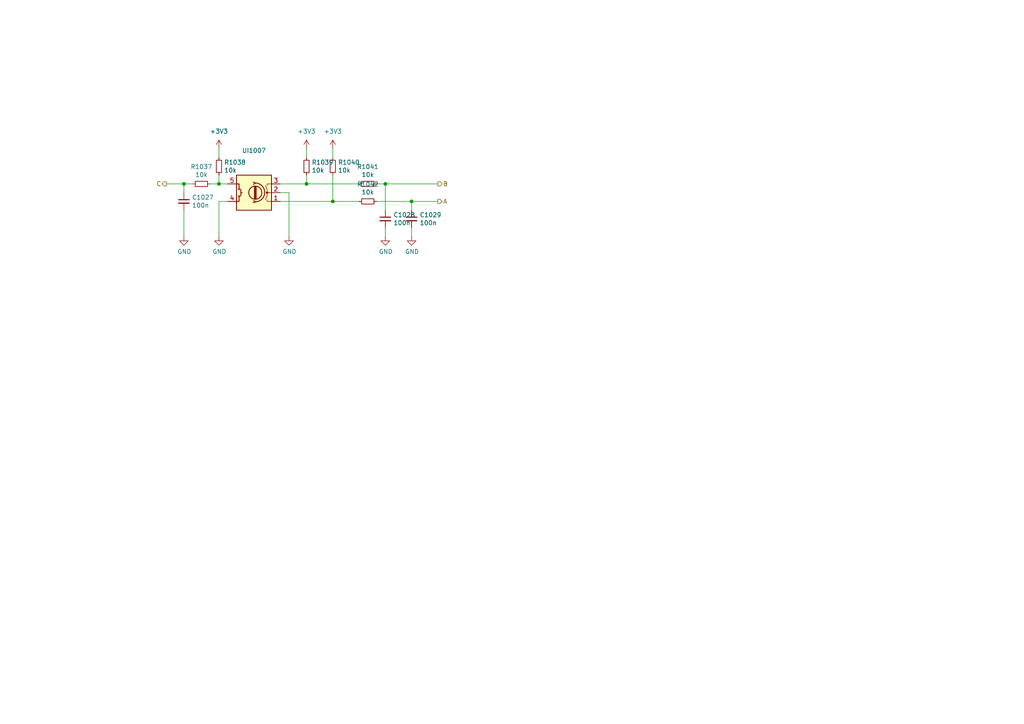
<source format=kicad_sch>
(kicad_sch (version 20230121) (generator eeschema)
  (paper "A4")
  (lib_symbols
    (symbol "power:+3V3" (power) (pin_names (offset 0))
      (property "Value" "+3V3" (at 0 3.556 0))
      (symbol "+3V3_0_1"
        (polyline (pts (xy -0.762 1.27) (xy 0 2.54)))
        (polyline (pts (xy 0 0) (xy 0 2.54)))
        (polyline (pts (xy 0 2.54) (xy 0.762 1.27)))
      )
      (symbol "+3V3_1_1"
        (pin power_in line (at 0 0 90) (length 0) hide (name "+3V3") (number "1"))
      )
    )
    (symbol "power:GND" (power) (pin_names (offset 0))
      (property "Value" "GND" (at 0 -3.81 0))
      (symbol "GND_0_1"
        (polyline (pts (xy 0 0) (xy 0 -1.27) (xy 1.27 -1.27) (xy 0 -2.54) (xy -1.27 -1.27) (xy 0 -1.27)))
      )
      (symbol "GND_1_1"
        (pin power_in line (at 0 0 270) (length 0) hide (name "GND") (number "1"))
      )
    )
    (symbol "suku_basics:CAP" (pin_numbers hide) (pin_names (offset 0.254) hide)
      (property "Reference" "C" (at 0.254 1.778 0))
      (property "Value" "CAP" (at 0.254 -2.032 0))
      (symbol "CAP_0_1"
        (polyline (pts (xy -1.524 -0.508) (xy 1.524 -0.508)) (stroke (width 0.3302)))
        (polyline (pts (xy -1.524 0.508) (xy 1.524 0.508)) (stroke (width 0.3048)))
      )
      (symbol "CAP_1_1"
        (pin passive line (at 0 2.54 270) (length 2.032) (name "~") (number "1"))
        (pin passive line (at 0 -2.54 90) (length 2.032) (name "~") (number "2"))
      )
    )
    (symbol "suku_basics:RES" (pin_numbers hide) (pin_names (offset 0.254) hide)
      (property "Reference" "R" (at 0.762 0.508 0))
      (property "Value" "RES" (at 0.762 -1.016 0))
      (symbol "RES_1_1"
        (rectangle (start -0.762 1.778) (end 0.762 -1.778) (stroke (width 0.2032)))
        (pin passive line (at 0 2.54 270) (length 0.762) (name "~") (number "1"))
        (pin passive line (at 0 -2.54 90) (length 0.762) (name "~") (number "2"))
      )
    )
    (symbol "suku_basics:UI_Rotary_Encoder_Switch" (pin_names (offset 0.254) hide)
      (property "Reference" "UI" (at 0 6.604 0))
      (property "Value" "UI_Rotary_Encoder_Switch" (at 0 -6.604 0))
      (symbol "UI_Rotary_Encoder_Switch_0_1"
        (rectangle (start -5.08 5.08) (end 5.08 -5.08) (stroke (width 0.254)) (fill (type background)))
        (circle (center -3.81 0) (radius 0.254) (fill (type outline)))
        (circle (center -0.381 0) (radius 1.905) (stroke (width 0.254)))
        (arc (start -0.381 2.667) (mid -3.0988 -0.0635) (end -0.381 -2.794) (stroke (width 0.254)))
        (polyline (pts (xy -0.635 -1.778) (xy -0.635 1.778)) (stroke (width 0.254)))
        (polyline (pts (xy -0.381 -1.778) (xy -0.381 1.778)) (stroke (width 0.254)))
        (polyline (pts (xy -0.127 1.778) (xy -0.127 -1.778)) (stroke (width 0.254)))
        (polyline (pts (xy 3.81 0) (xy 3.429 0)) (stroke (width 0.254)))
        (polyline (pts (xy 3.81 1.016) (xy 3.81 -1.016)) (stroke (width 0.254)))
        (polyline (pts (xy -5.08 -2.54) (xy -3.81 -2.54) (xy -3.81 -2.032)))
        (polyline (pts (xy -5.08 2.54) (xy -3.81 2.54) (xy -3.81 2.032)))
        (polyline (pts (xy 0.254 -3.048) (xy -0.508 -2.794) (xy 0.127 -2.413)) (stroke (width 0.254)))
        (polyline (pts (xy 0.254 2.921) (xy -0.508 2.667) (xy 0.127 2.286)) (stroke (width 0.254)))
        (polyline (pts (xy 5.08 -2.54) (xy 4.318 -2.54) (xy 4.318 -1.016)) (stroke (width 0.254)))
        (polyline (pts (xy 5.08 2.54) (xy 4.318 2.54) (xy 4.318 1.016)) (stroke (width 0.254)))
        (polyline (pts (xy -5.08 0) (xy -3.81 0) (xy -3.81 -1.016) (xy -3.302 -2.032)))
        (polyline (pts (xy -4.318 0) (xy -3.81 0) (xy -3.81 1.016) (xy -3.302 2.032)))
        (circle (center 4.318 -1.016) (radius 0.127) (stroke (width 0.254)))
        (circle (center 4.318 1.016) (radius 0.127) (stroke (width 0.254)))
      )
      (symbol "UI_Rotary_Encoder_Switch_1_1"
        (pin passive line (at -7.62 2.54 0) (length 2.54) (name "1") (number "1"))
        (pin passive line (at -7.62 0 0) (length 2.54) (name "2") (number "2"))
        (pin passive line (at -7.62 -2.54 0) (length 2.54) (name "3") (number "3"))
        (pin passive line (at 7.62 2.54 180) (length 2.54) (name "4") (number "4"))
        (pin passive line (at 7.62 -2.54 180) (length 2.54) (name "5") (number "5"))
        (pin no_connect line (at 0 -7.62 90) (length 2.54) hide (name "6") (number "6"))
        (pin no_connect line (at 0 7.62 270) (length 2.54) hide (name "7") (number "7"))
      )
    )
  )
  (junction (at 63.5 53.34))
  (junction (at 96.52 58.42))
  (junction (at 53.34 53.34))
  (junction (at 88.9 53.34))
  (junction (at 119.38 58.42))
  (junction (at 111.76 53.34))
  (wire (pts (xy 96.52 43.18) (xy 96.52 45.72)))
  (wire (pts (xy 63.5 58.42) (xy 66.04 58.42)))
  (wire (pts (xy 111.76 53.34) (xy 109.22 53.34)))
  (wire (pts (xy 63.5 68.58) (xy 63.5 58.42)))
  (wire (pts (xy 119.38 58.42) (xy 127 58.42)))
  (wire (pts (xy 111.76 68.58) (xy 111.76 66.04)))
  (wire (pts (xy 81.28 58.42) (xy 96.52 58.42)))
  (wire (pts (xy 53.34 53.34) (xy 55.88 53.34)))
  (wire (pts (xy 119.38 60.96) (xy 119.38 58.42)))
  (wire (pts (xy 111.76 60.96) (xy 111.76 53.34)))
  (wire (pts (xy 83.82 55.88) (xy 81.28 55.88)))
  (wire (pts (xy 53.34 68.58) (xy 53.34 60.96)))
  (wire (pts (xy 119.38 58.42) (xy 109.22 58.42)))
  (wire (pts (xy 88.9 50.8) (xy 88.9 53.34)))
  (wire (pts (xy 96.52 50.8) (xy 96.52 58.42)))
  (wire (pts (xy 88.9 53.34) (xy 104.14 53.34)))
  (wire (pts (xy 88.9 43.18) (xy 88.9 45.72)))
  (wire (pts (xy 81.28 53.34) (xy 88.9 53.34)))
  (wire (pts (xy 63.5 53.34) (xy 66.04 53.34)))
  (wire (pts (xy 111.76 53.34) (xy 127 53.34)))
  (wire (pts (xy 83.82 68.58) (xy 83.82 55.88)))
  (wire (pts (xy 96.52 58.42) (xy 104.14 58.42)))
  (wire (pts (xy 119.38 68.58) (xy 119.38 66.04)))
  (wire (pts (xy 60.96 53.34) (xy 63.5 53.34)))
  (wire (pts (xy 53.34 55.88) (xy 53.34 53.34)))
  (wire (pts (xy 48.26 53.34) (xy 53.34 53.34)))
  (wire (pts (xy 63.5 43.18) (xy 63.5 45.72)))
  (wire (pts (xy 63.5 50.8) (xy 63.5 53.34)))
  (hierarchical_label "A" (shape output) (at 127 58.42 0))
  (hierarchical_label "C" (shape output) (at 48.26 53.34 180))
  (hierarchical_label "B" (shape output) (at 127 53.34 0))
  (symbol (lib_id "power:GND") (at 83.82 68.58 0) (unit 1)
    (property "Reference" "#PWR01140" (effects hide))
    (property "Value" "GND" (at 83.947 72.9742 0))
    (instances (project "EF44" (path "" (reference "#PWR01092") (unit 1)) (path "" (reference "#PWR01148") (unit 1)) (path "" (reference "#PWR01100") (unit 1)) (path "" (reference "#PWR01036") (unit 1))))
  )
  (symbol (lib_id "suku_basics:RES") (at 106.68 53.34 270) (unit 1)
    (property "Reference" "R1077" (at 106.68 48.3616 90))
    (property "Value" "10k" (at 106.68 50.673 90))
    (property "Footprint" "suku_basics:RES_0402" (effects hide))
    (instances (project "EF44" (path "" (reference "R1041") (unit 1)) (path "" (reference "R1083") (unit 1)) (path "" (reference "R1047") (unit 1)) (path "" (reference "R1029") (unit 1))))
  )
  (symbol (lib_id "suku_basics:RES") (at 88.9 48.26 0) (unit 1)
    (property "Reference" "R1075" (at 90.3986 47.0916 0) (effects (justify left)))
    (property "Value" "10k" (at 90.3986 49.403 0) (effects (justify left)))
    (property "Footprint" "suku_basics:RES_0402" (effects hide))
    (instances (project "EF44" (path "" (reference "R1039") (unit 1)) (path "" (reference "R1081") (unit 1)) (path "" (reference "R1045") (unit 1)) (path "" (reference "R1027") (unit 1))))
  )
  (symbol (lib_id "suku_basics:UI_Rotary_Encoder_Switch") (at 73.66 55.88 180) (unit 1)
    (property "Reference" "UI1013" (at 73.66 43.6626 0))
    (property "Value" "EN12-HS22AF20 (NF)" (effects hide))
    (property "Footprint" "suku_basics:UI_ENCODER_TT" (effects hide))
    (instances (project "EF44" (path "" (reference "UI1007") (unit 1)) (path "" (reference "UI1014") (unit 1)) (path "" (reference "UI1008") (unit 1)) (path "" (reference "UI1005") (unit 1))))
  )
  (symbol (lib_id "suku_basics:CAP") (at 111.76 63.5 0) (unit 1)
    (property "Reference" "C1046" (at 114.0968 62.3316 0) (effects (justify left)))
    (property "Value" "100n" (at 114.0968 64.643 0) (effects (justify left)))
    (property "Footprint" "suku_basics:CAP_0402" (effects hide))
    (instances (project "EF44" (path "" (reference "C1028") (unit 1)) (path "" (reference "C1049") (unit 1)) (path "" (reference "C1031") (unit 1)) (path "" (reference "C1014") (unit 1))))
  )
  (symbol (lib_id "power:GND") (at 111.76 68.58 0) (unit 1)
    (property "Reference" "#PWR01143" (effects hide))
    (property "Value" "GND" (at 111.887 72.9742 0))
    (instances (project "EF44" (path "" (reference "#PWR01095") (unit 1)) (path "" (reference "#PWR01151") (unit 1)) (path "" (reference "#PWR01103") (unit 1)) (path "" (reference "#PWR01039") (unit 1))))
  )
  (symbol (lib_id "suku_basics:RES") (at 96.52 48.26 0) (unit 1)
    (property "Reference" "R1076" (at 98.0186 47.0916 0) (effects (justify left)))
    (property "Value" "10k" (at 98.0186 49.403 0) (effects (justify left)))
    (property "Footprint" "suku_basics:RES_0402" (effects hide))
    (instances (project "EF44" (path "" (reference "R1040") (unit 1)) (path "" (reference "R1082") (unit 1)) (path "" (reference "R1046") (unit 1)) (path "" (reference "R1028") (unit 1))))
  )
  (symbol (lib_id "suku_basics:CAP") (at 119.38 63.5 0) (unit 1)
    (property "Reference" "C1047" (at 121.7168 62.3316 0) (effects (justify left)))
    (property "Value" "100n" (at 121.7168 64.643 0) (effects (justify left)))
    (property "Footprint" "suku_basics:CAP_0402" (effects hide))
    (instances (project "EF44" (path "" (reference "C1029") (unit 1)) (path "" (reference "C1050") (unit 1)) (path "" (reference "C1032") (unit 1)) (path "" (reference "C1015") (unit 1))))
  )
  (symbol (lib_id "power:GND") (at 119.38 68.58 0) (unit 1)
    (property "Reference" "#PWR01144" (effects hide))
    (property "Value" "GND" (at 119.507 72.9742 0))
    (instances (project "EF44" (path "" (reference "#PWR01096") (unit 1)) (path "" (reference "#PWR01152") (unit 1)) (path "" (reference "#PWR01104") (unit 1)) (path "" (reference "#PWR01040") (unit 1))))
  )
  (symbol (lib_id "suku_basics:RES") (at 106.68 58.42 270) (unit 1)
    (property "Reference" "R1078" (at 106.68 53.4416 90))
    (property "Value" "10k" (at 106.68 55.753 90))
    (property "Footprint" "suku_basics:RES_0402" (effects hide))
    (instances (project "EF44" (path "" (reference "R1042") (unit 1)) (path "" (reference "R1084") (unit 1)) (path "" (reference "R1048") (unit 1)) (path "" (reference "R1030") (unit 1))))
  )
  (symbol (lib_id "power:GND") (at 63.5 68.58 0) (unit 1)
    (property "Reference" "#PWR01139" (effects hide))
    (property "Value" "GND" (at 63.627 72.9742 0))
    (instances (project "EF44" (path "" (reference "#PWR01091") (unit 1)) (path "" (reference "#PWR01147") (unit 1)) (path "" (reference "#PWR01099") (unit 1)) (path "" (reference "#PWR01035") (unit 1))))
  )
  (symbol (lib_id "suku_basics:RES") (at 63.5 48.26 0) (unit 1)
    (property "Reference" "R1074" (at 64.9986 47.0916 0) (effects (justify left)))
    (property "Value" "10k" (at 64.9986 49.403 0) (effects (justify left)))
    (property "Footprint" "suku_basics:RES_0402" (effects hide))
    (instances (project "EF44" (path "" (reference "R1038") (unit 1)) (path "" (reference "R1080") (unit 1)) (path "" (reference "R1044") (unit 1)) (path "" (reference "R1026") (unit 1))))
  )
  (symbol (lib_id "suku_basics:RES") (at 58.42 53.34 270) (unit 1)
    (property "Reference" "R1073" (at 58.42 48.3616 90))
    (property "Value" "10k" (at 58.42 50.673 90))
    (property "Footprint" "suku_basics:RES_0402" (effects hide))
    (instances (project "EF44" (path "" (reference "R1037") (unit 1)) (path "" (reference "R1079") (unit 1)) (path "" (reference "R1043") (unit 1)) (path "" (reference "R1025") (unit 1))))
  )
  (symbol (lib_id "suku_basics:CAP") (at 53.34 58.42 0) (unit 1)
    (property "Reference" "C1045" (at 55.6768 57.2516 0) (effects (justify left)))
    (property "Value" "100n" (at 55.6768 59.563 0) (effects (justify left)))
    (property "Footprint" "suku_basics:CAP_0402" (effects hide))
    (instances (project "EF44" (path "" (reference "C1027") (unit 1)) (path "" (reference "C1048") (unit 1)) (path "" (reference "C1030") (unit 1)) (path "" (reference "C1013") (unit 1))))
  )
  (symbol (lib_id "power:GND") (at 53.34 68.58 0) (unit 1)
    (property "Reference" "#PWR01137" (effects hide))
    (property "Value" "GND" (at 53.467 72.9742 0))
    (instances (project "EF44" (path "" (reference "#PWR01089") (unit 1)) (path "" (reference "#PWR01145") (unit 1)) (path "" (reference "#PWR01097") (unit 1)) (path "" (reference "#PWR01033") (unit 1))))
  )
  (symbol (lib_id "power:+3V3") (at 96.52 43.18 0) (unit 1)
    (property "Reference" "#PWR01146" (effects hide))
    (property "Value" "+3V3" (at 96.52 38.1 0))
    (instances (project "EF44" (path "" (reference "#PWR01146") (unit 1)) (path "" (reference "#PWR01162") (unit 1)) (path "" (reference "#PWR01169") (unit 1)) (path "" (reference "#PWR01142") (unit 1)) (path "" (reference "#PWR01138") (unit 1))))
  )
  (symbol (lib_id "power:+3V3") (at 63.5 43.18 0) (unit 1)
    (property "Reference" "#PWR01021" (effects hide))
    (property "Value" "+3V3" (at 63.5 38.1 0))
    (instances (project "EF44" (path "" (reference "#PWR01021") (unit 1)) (path "" (reference "#PWR01037") (unit 1)) (path "" (reference "#PWR01169") (unit 1)) (path "" (reference "#PWR01018") (unit 1)) (path "" (reference "#PWR01013") (unit 1))))
  )
  (symbol (lib_id "power:+3V3") (at 88.9 43.18 0) (unit 1)
    (property "Reference" "#PWR01102" (effects hide))
    (property "Value" "+3V3" (at 88.9 38.1 0))
    (instances (project "EF44" (path "" (reference "#PWR01102") (unit 1)) (path "" (reference "#PWR01118") (unit 1)) (path "" (reference "#PWR01169") (unit 1)) (path "" (reference "#PWR01101") (unit 1)) (path "" (reference "#PWR01094") (unit 1))))
  )
)
</source>
